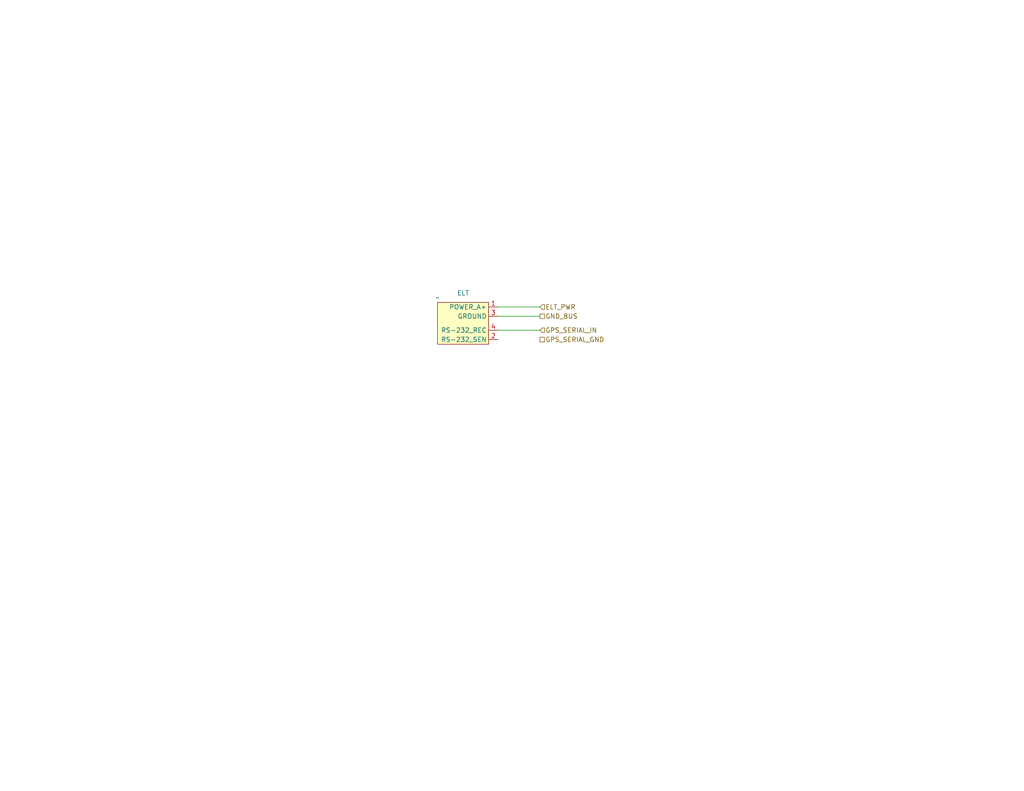
<source format=kicad_sch>
(kicad_sch (version 20230121) (generator eeschema)
  (paper "USLetter")
  (title_block (title "Miscellaneous") (date "2024-02-08") (rev "0.9") (company "N915SN Angry Bird"))
  (lib_symbols
    (symbol "flyerx:ACK_E-04"
      (property "Reference" "ELT" (at 2.54 1.27 0))
      (symbol "ACK_E-04_1_1"
        (rectangle (start 0 0) (end 13.97 -11.43) (fill (type background)))
        (pin power_in line (at 16.51 -1.27 180) (length 2.54) (name "POWER_A+") (number "1"))
        (pin output line (at 16.51 -10.16 180) (length 2.54) (name "RS-232_SEN") (number "2"))
        (pin passive line (at 16.51 -3.81 180) (length 2.54) (name "GROUND") (number "3"))
        (pin input line (at 16.51 -7.62 180) (length 2.54) (name "RS-232_REC") (number "4"))
      )
    )
  )
  (wire (pts (xy 135.89 86.36) (xy 147.32 86.36)))
  (wire (pts (xy 135.89 83.82) (xy 147.32 83.82)))
  (wire (pts (xy 135.89 90.17) (xy 147.32 90.17)))
  (hierarchical_label "GPS_SERIAL_GND" (shape passive) (at 147.32 92.71 0))
  (hierarchical_label "GND_BUS" (shape passive) (at 147.32 86.36 0))
  (hierarchical_label "GPS_SERIAL_IN" (shape input) (at 147.32 90.17 0))
  (hierarchical_label "ELT_PWR" (shape input) (at 147.32 83.82 0))
  (symbol (lib_id "flyerx:ACK_E-04") (at 119.38 82.55 0) (unit 1)
    (property "Reference" "ELT" (at 126.365 80.01 0))
    (property "Value" "~" (at 119.38 81.28 0))
  )
)
</source>
